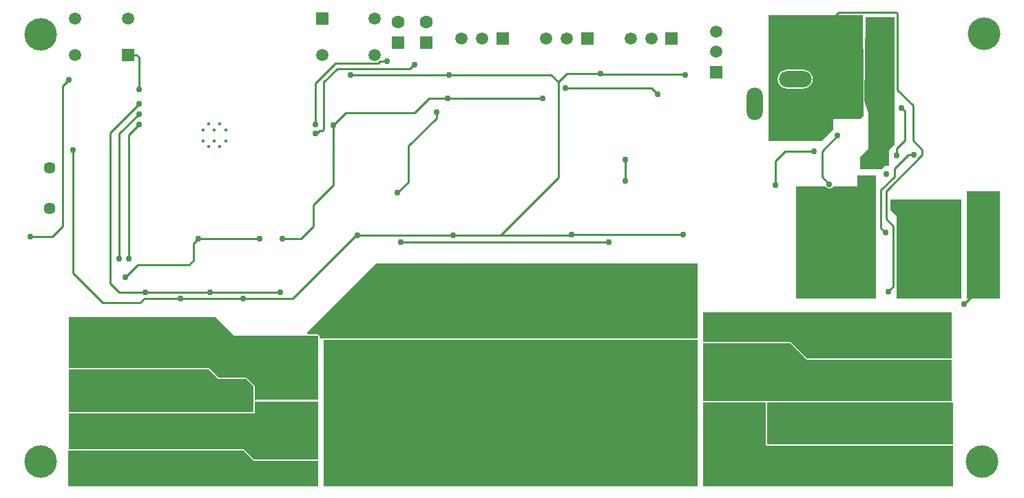
<source format=gbl>
G04*
G04 #@! TF.GenerationSoftware,Altium Limited,Altium Designer,25.8.1 (18)*
G04*
G04 Layer_Physical_Order=4*
G04 Layer_Color=16711680*
%FSLAX25Y25*%
%MOIN*%
G70*
G04*
G04 #@! TF.SameCoordinates,5F6CD9CC-33C6-4A7B-A0D4-F81A13939800*
G04*
G04*
G04 #@! TF.FilePolarity,Positive*
G04*
G01*
G75*
%ADD15C,0.01000*%
%ADD96C,0.09646*%
%ADD97R,0.09646X0.09646*%
%ADD105R,0.26378X0.26378*%
%ADD106C,0.26378*%
%ADD107O,0.07874X0.15748*%
%ADD108O,0.15748X0.07874*%
%ADD109R,0.05937X0.05937*%
%ADD110C,0.08268*%
%ADD111R,0.05937X0.05937*%
%ADD112C,0.05898*%
%ADD113R,0.05898X0.05898*%
%ADD114R,0.06319X0.06319*%
%ADD115O,0.17717X0.07874*%
%ADD116C,0.06319*%
%ADD117C,0.05937*%
%ADD118C,0.01575*%
%ADD119C,0.01772*%
%ADD120C,0.05709*%
%ADD121C,0.03000*%
%ADD122C,0.15748*%
G36*
X410677Y229355D02*
X410975Y196761D01*
X410861Y187990D01*
X410900Y187891D01*
X410892Y187784D01*
X411062Y187264D01*
X411122Y180682D01*
X409295Y178855D01*
X396422D01*
Y173855D01*
X390922Y168355D01*
X364922D01*
Y229355D01*
X410677Y229355D01*
D02*
G37*
G36*
X425922Y166355D02*
X423422Y163855D01*
Y156355D01*
X421422D01*
X419567Y154500D01*
X409422D01*
Y160570D01*
X413422Y164570D01*
Y182078D01*
X411500Y187982D01*
X412025Y228382D01*
X425922D01*
Y166355D01*
D02*
G37*
G36*
X416922Y91855D02*
X378422D01*
Y146355D01*
X392573D01*
X392649Y146171D01*
X393237Y145582D01*
X394006Y145264D01*
X394837D01*
X395606Y145582D01*
X396194Y146171D01*
X396270Y146355D01*
X407922D01*
X407922Y151500D01*
X416922Y151500D01*
Y91855D01*
D02*
G37*
G36*
X476922D02*
X460922D01*
Y143855D01*
X476922D01*
Y91855D01*
D02*
G37*
G36*
X458422D02*
X426922D01*
Y131855D01*
X423922Y134855D01*
Y139855D01*
X458422D01*
Y91855D01*
D02*
G37*
G36*
X330705Y72522D02*
X229920D01*
X147639Y72717D01*
Y73882D01*
X147452Y74334D01*
X147000Y74522D01*
X142151D01*
X141768Y75445D01*
X175205Y108882D01*
X330705D01*
Y72522D01*
D02*
G37*
G36*
X453705Y63022D02*
X383705D01*
X375705Y71022D01*
X333500D01*
Y85382D01*
X453705D01*
Y63022D01*
D02*
G37*
G36*
X106205Y73882D02*
X147000Y73882D01*
Y43071D01*
X116426D01*
Y49397D01*
Y49662D01*
X112705Y53382D01*
X112253Y53570D01*
X99018D01*
X94392Y58195D01*
X94205Y58382D01*
X26205D01*
X26197Y58390D01*
Y82882D01*
X97205D01*
X106205Y73882D01*
D02*
G37*
G36*
X383253Y62570D02*
X383705Y62382D01*
X453705D01*
Y42382D01*
X333500D01*
Y70382D01*
X375440D01*
X383253Y62570D01*
D02*
G37*
G36*
X98753Y52930D02*
X112253D01*
X115786Y49397D01*
Y42120D01*
X115753Y42086D01*
X115566Y41634D01*
Y37022D01*
X26205D01*
Y57743D01*
X93940D01*
X98753Y52930D01*
D02*
G37*
G36*
X454205Y41243D02*
Y21382D01*
X364403D01*
X364351Y21508D01*
Y41743D01*
X453705D01*
X454205Y41243D01*
D02*
G37*
G36*
X147000Y13985D02*
X116059D01*
X111162Y18882D01*
X26205D01*
Y36382D01*
X116205D01*
Y41634D01*
X116453Y41882D01*
X147000D01*
Y13985D01*
D02*
G37*
G36*
X363586Y41547D02*
Y21118D01*
X363961Y20743D01*
X454205D01*
Y1000D01*
X333500D01*
Y41743D01*
X334704D01*
X363586Y41547D01*
D02*
G37*
G36*
X330705Y1000D02*
X149705D01*
Y71882D01*
X330705D01*
Y1000D01*
D02*
G37*
G36*
X115897Y13243D02*
X147000D01*
Y999D01*
X26000D01*
Y18243D01*
X110897D01*
X115897Y13243D01*
D02*
G37*
%LPC*%
G36*
X381827Y202760D02*
X373953D01*
X372771Y202604D01*
X371670Y202148D01*
X370724Y201423D01*
X369998Y200477D01*
X369542Y199375D01*
X369387Y198193D01*
X369542Y197011D01*
X369998Y195910D01*
X370724Y194964D01*
X371670Y194239D01*
X372771Y193782D01*
X373953Y193627D01*
X381827D01*
X383009Y193782D01*
X384110Y194239D01*
X385056Y194964D01*
X385782Y195910D01*
X386238Y197011D01*
X386394Y198193D01*
X386238Y199375D01*
X385782Y200477D01*
X385056Y201423D01*
X384110Y202148D01*
X383009Y202604D01*
X381827Y202760D01*
D02*
G37*
%LPD*%
D15*
X459705Y89382D02*
X464677Y94355D01*
X465422D01*
X426914Y230500D02*
X427500Y229914D01*
X397000Y228500D02*
X399000Y230500D01*
X427500Y193000D02*
Y229914D01*
X399000Y230500D02*
X426914D01*
X396351Y228500D02*
X397000D01*
X422000Y130500D02*
Y143988D01*
Y130500D02*
X425500Y127000D01*
Y97933D02*
Y127000D01*
X422000Y143988D02*
X439500Y161488D01*
X419500Y126048D02*
Y144500D01*
X426000Y151000D01*
X419500Y126048D02*
X421693Y123855D01*
X422922Y95355D02*
X425500Y97933D01*
X439500Y161488D02*
Y164000D01*
X435000Y168500D02*
X439500Y164000D01*
X435000Y168500D02*
Y185500D01*
X427500Y193000D02*
X435000Y185500D01*
X431000Y168500D02*
Y182769D01*
X426922Y164422D02*
X431000Y168500D01*
X429422Y184347D02*
Y184355D01*
Y184347D02*
X431000Y182769D01*
X426000Y154846D02*
X432654Y161500D01*
X426000Y151000D02*
Y154846D01*
X432654Y161500D02*
X435500D01*
X426922Y161355D02*
Y164422D01*
X390922Y163355D02*
X398422Y170855D01*
X145705Y171882D02*
X146246D01*
X147661Y173297D01*
X149119D01*
X149705Y173882D01*
Y196882D01*
X156205Y203382D01*
X191463D01*
X193463Y205382D01*
X193705D01*
X162705Y200382D02*
X259705D01*
X145705Y176382D02*
Y196382D01*
X155205Y205882D01*
X176071D01*
X177071Y206882D01*
X180205D01*
X209863Y188950D02*
X255637D01*
X193705Y181882D02*
X200841Y189018D01*
X209796D01*
X255637Y188950D02*
X255705Y188882D01*
X209796Y189018D02*
X209863Y188950D01*
X235205Y122632D02*
X269705D01*
X269955Y122882D01*
X134705Y91882D02*
X165705Y122882D01*
X80205Y91882D02*
X110705D01*
X283955Y200632D02*
X324455D01*
X267205Y200882D02*
X283705D01*
X324455Y200632D02*
X324705Y200382D01*
X283705Y200882D02*
X283955Y200632D01*
X368205Y158638D02*
X372922Y163355D01*
X386922D01*
X368205Y146882D02*
Y158638D01*
X390922Y150855D02*
Y163355D01*
Y150855D02*
X394422Y147355D01*
X263205Y196882D02*
X267205Y200882D01*
X50705Y171882D02*
X60205Y181382D01*
X50705Y111382D02*
Y171882D01*
X60205Y193382D02*
Y208882D01*
X59063Y210024D02*
X60205Y208882D01*
X55000Y210024D02*
X59063D01*
X23205Y194882D02*
X26205Y197882D01*
X18205Y121882D02*
X23205Y126882D01*
X7705Y121882D02*
X18205D01*
X23205Y126882D02*
Y194882D01*
X89174Y120964D02*
X118674D01*
X53705Y102382D02*
X59705Y108382D01*
X84619D01*
X86705Y110468D01*
Y118495D01*
X89174Y120964D01*
X50766Y94822D02*
X63205D01*
X46205Y99382D02*
X50766Y94822D01*
X46205Y99382D02*
Y172382D01*
X60205Y186382D01*
X186955Y119132D02*
X288455D01*
X63205Y94822D02*
X63235Y94852D01*
X94675D01*
X94705Y94882D01*
X128705D01*
X55205Y171382D02*
X60205Y176382D01*
X55205Y111382D02*
Y171382D01*
X60669Y89822D02*
X62910Y92063D01*
X42734Y89822D02*
X60669D01*
X62910Y92063D02*
X80205D01*
X28205Y104351D02*
Y163882D01*
Y104351D02*
X42734Y89822D01*
X110705Y91882D02*
X134705D01*
X165955Y122632D02*
X212455D01*
X165705Y122882D02*
X165955Y122632D01*
X212455D02*
X235205D01*
X263205Y150632D01*
Y196882D01*
X269955Y122882D02*
X323705D01*
X259705Y200382D02*
X263205Y196882D01*
X144705Y137382D02*
X154205Y146882D01*
Y175882D01*
X144705Y126882D02*
Y137382D01*
X138786Y120964D02*
X144705Y126882D01*
X129674Y120964D02*
X138786D01*
X204205Y179382D02*
Y182382D01*
X190705Y165882D02*
X204205Y179382D01*
X190705Y148382D02*
Y165882D01*
X185455Y143132D02*
X190705Y148382D01*
X308205Y193882D02*
X311205Y190882D01*
X266705Y193882D02*
X308205D01*
X295705Y148882D02*
Y159382D01*
X160205Y181882D02*
X193705D01*
X154205Y175882D02*
X160205Y181882D01*
D96*
X312678Y21190D02*
D03*
X167705Y63268D02*
D03*
X312678Y50190D02*
D03*
X167733Y34575D02*
D03*
X351733Y63575D02*
D03*
Y50190D02*
D03*
X128650Y49882D02*
D03*
Y63268D02*
D03*
X128677Y34575D02*
D03*
Y21190D02*
D03*
X351733D02*
D03*
Y34575D02*
D03*
D97*
X312678D02*
D03*
X167705Y49882D02*
D03*
X312678Y63575D02*
D03*
X167733Y21190D02*
D03*
D105*
X240000Y46000D02*
D03*
D106*
Y89500D02*
D03*
D107*
X358205Y186382D02*
D03*
D108*
X377890Y198193D02*
D03*
D109*
X339662Y201571D02*
D03*
D110*
X53953Y9382D02*
D03*
Y49382D02*
D03*
X88205D02*
D03*
Y9382D02*
D03*
X391953Y69382D02*
D03*
X426205D02*
D03*
Y29382D02*
D03*
X391953D02*
D03*
X426205Y49382D02*
D03*
X391953D02*
D03*
X426205Y9382D02*
D03*
X391953D02*
D03*
X88205Y29382D02*
D03*
X53953D02*
D03*
X88205Y69382D02*
D03*
X53953D02*
D03*
D111*
X318048Y217815D02*
D03*
X236205Y217882D02*
D03*
X277205D02*
D03*
D112*
X174500Y227741D02*
D03*
X55000D02*
D03*
X29410D02*
D03*
Y210024D02*
D03*
X174500D02*
D03*
X148910D02*
D03*
D113*
Y227741D02*
D03*
X55000Y210024D02*
D03*
D114*
X185705Y215882D02*
D03*
X199205D02*
D03*
D115*
X377890Y173784D02*
D03*
D116*
X199205Y225882D02*
D03*
X185705D02*
D03*
D117*
X257520Y217882D02*
D03*
X267363D02*
D03*
X339662Y221256D02*
D03*
Y211414D02*
D03*
X216520Y217882D02*
D03*
X226363D02*
D03*
X308205Y217815D02*
D03*
X298363D02*
D03*
D118*
X99504Y165477D02*
D03*
D119*
X93993D02*
D03*
X99504Y176500D02*
D03*
X93993D02*
D03*
X102260Y168233D02*
D03*
X96748D02*
D03*
X91237D02*
D03*
X102260Y173745D02*
D03*
X91237D02*
D03*
X96748D02*
D03*
D120*
X17020Y135540D02*
D03*
Y155225D02*
D03*
D121*
X328268Y65626D02*
D03*
Y57752D02*
D03*
Y49878D02*
D03*
Y42004D02*
D03*
Y34130D02*
D03*
Y26256D02*
D03*
Y18382D02*
D03*
Y10508D02*
D03*
Y2634D02*
D03*
X320394Y65626D02*
D03*
Y57752D02*
D03*
Y49878D02*
D03*
Y42004D02*
D03*
Y34130D02*
D03*
Y26256D02*
D03*
Y18382D02*
D03*
Y10508D02*
D03*
Y2634D02*
D03*
X312520Y42004D02*
D03*
Y10508D02*
D03*
Y2634D02*
D03*
X304646Y65626D02*
D03*
Y57752D02*
D03*
Y49878D02*
D03*
Y42004D02*
D03*
Y34130D02*
D03*
Y26256D02*
D03*
Y18382D02*
D03*
Y10508D02*
D03*
Y2634D02*
D03*
X296772Y65626D02*
D03*
Y57752D02*
D03*
Y49878D02*
D03*
Y42004D02*
D03*
Y34130D02*
D03*
Y26256D02*
D03*
Y18382D02*
D03*
Y10508D02*
D03*
Y2634D02*
D03*
X288897Y65626D02*
D03*
Y57752D02*
D03*
Y49878D02*
D03*
Y42004D02*
D03*
Y34130D02*
D03*
Y26256D02*
D03*
Y18382D02*
D03*
Y10508D02*
D03*
Y2634D02*
D03*
X281024Y65626D02*
D03*
Y57752D02*
D03*
Y49878D02*
D03*
Y42004D02*
D03*
Y34130D02*
D03*
Y26256D02*
D03*
Y18382D02*
D03*
Y10508D02*
D03*
Y2634D02*
D03*
X273149Y65626D02*
D03*
Y57752D02*
D03*
Y49878D02*
D03*
Y42004D02*
D03*
Y34130D02*
D03*
Y26256D02*
D03*
Y18382D02*
D03*
Y10508D02*
D03*
Y2634D02*
D03*
X265276Y65626D02*
D03*
Y57752D02*
D03*
Y49878D02*
D03*
Y42004D02*
D03*
Y34130D02*
D03*
Y26256D02*
D03*
Y18382D02*
D03*
Y10508D02*
D03*
Y2634D02*
D03*
X257401Y65626D02*
D03*
Y57752D02*
D03*
Y49878D02*
D03*
Y42004D02*
D03*
Y34130D02*
D03*
Y26256D02*
D03*
Y18382D02*
D03*
Y10508D02*
D03*
Y2634D02*
D03*
X249527Y65626D02*
D03*
Y26256D02*
D03*
Y18382D02*
D03*
Y10508D02*
D03*
Y2634D02*
D03*
X241653Y65626D02*
D03*
Y26256D02*
D03*
Y18382D02*
D03*
Y10508D02*
D03*
Y2634D02*
D03*
X233779Y65626D02*
D03*
Y26256D02*
D03*
Y18382D02*
D03*
Y10508D02*
D03*
Y2634D02*
D03*
X225905Y65626D02*
D03*
Y26256D02*
D03*
Y18382D02*
D03*
Y10508D02*
D03*
Y2634D02*
D03*
X218031Y65626D02*
D03*
Y57752D02*
D03*
Y49878D02*
D03*
Y42004D02*
D03*
Y34130D02*
D03*
Y26256D02*
D03*
Y18382D02*
D03*
Y10508D02*
D03*
Y2634D02*
D03*
X210157Y65626D02*
D03*
Y57752D02*
D03*
Y49878D02*
D03*
Y42004D02*
D03*
Y34130D02*
D03*
Y26256D02*
D03*
Y18382D02*
D03*
Y10508D02*
D03*
Y2634D02*
D03*
X202283Y65626D02*
D03*
Y57752D02*
D03*
Y49878D02*
D03*
Y42004D02*
D03*
Y34130D02*
D03*
Y26256D02*
D03*
Y18382D02*
D03*
Y10508D02*
D03*
Y2634D02*
D03*
X194409Y65626D02*
D03*
Y57752D02*
D03*
Y49878D02*
D03*
Y42004D02*
D03*
Y34130D02*
D03*
Y26256D02*
D03*
Y18382D02*
D03*
Y10508D02*
D03*
Y2634D02*
D03*
X186535Y65626D02*
D03*
Y57752D02*
D03*
Y49878D02*
D03*
Y42004D02*
D03*
Y34130D02*
D03*
Y26256D02*
D03*
Y18382D02*
D03*
Y10508D02*
D03*
Y2634D02*
D03*
X178661Y65626D02*
D03*
Y57752D02*
D03*
Y49878D02*
D03*
Y42004D02*
D03*
Y34130D02*
D03*
Y26256D02*
D03*
Y18382D02*
D03*
Y10508D02*
D03*
Y2634D02*
D03*
X326402Y101461D02*
D03*
Y93587D02*
D03*
Y85713D02*
D03*
Y77839D02*
D03*
X318528Y101461D02*
D03*
Y93587D02*
D03*
Y85713D02*
D03*
Y77839D02*
D03*
X310654Y101461D02*
D03*
Y93587D02*
D03*
Y85713D02*
D03*
Y77839D02*
D03*
X302780Y101461D02*
D03*
Y93587D02*
D03*
Y85713D02*
D03*
Y77839D02*
D03*
X294906Y101461D02*
D03*
Y93587D02*
D03*
Y85713D02*
D03*
Y77839D02*
D03*
X287032Y101461D02*
D03*
Y93587D02*
D03*
Y85713D02*
D03*
Y77839D02*
D03*
X279158Y101461D02*
D03*
Y93587D02*
D03*
Y85713D02*
D03*
Y77839D02*
D03*
X271284Y101461D02*
D03*
Y93587D02*
D03*
Y85713D02*
D03*
Y77839D02*
D03*
X263410Y101461D02*
D03*
Y93587D02*
D03*
Y85713D02*
D03*
Y77839D02*
D03*
X255536Y101461D02*
D03*
Y93587D02*
D03*
Y85713D02*
D03*
Y77839D02*
D03*
X224040Y101461D02*
D03*
Y93587D02*
D03*
Y85713D02*
D03*
Y77839D02*
D03*
X216166Y101461D02*
D03*
Y93587D02*
D03*
Y85713D02*
D03*
Y77839D02*
D03*
X208292Y101461D02*
D03*
Y93587D02*
D03*
Y85713D02*
D03*
Y77839D02*
D03*
X200418Y101461D02*
D03*
Y93587D02*
D03*
Y85713D02*
D03*
Y77839D02*
D03*
X192544Y101461D02*
D03*
Y93587D02*
D03*
Y85713D02*
D03*
Y77839D02*
D03*
X184670Y101461D02*
D03*
Y93587D02*
D03*
Y85713D02*
D03*
Y77839D02*
D03*
X176796Y101461D02*
D03*
Y93587D02*
D03*
Y85713D02*
D03*
Y77839D02*
D03*
X168922Y93587D02*
D03*
Y85713D02*
D03*
Y77839D02*
D03*
X161048Y85713D02*
D03*
Y77839D02*
D03*
X153174D02*
D03*
X459705Y89382D02*
D03*
X405806Y142669D02*
D03*
X412135Y156641D02*
D03*
X415000Y184000D02*
D03*
X421922Y186855D02*
D03*
X470422Y126355D02*
D03*
Y122855D02*
D03*
Y129855D02*
D03*
Y119355D02*
D03*
Y111355D02*
D03*
Y114855D02*
D03*
X470500Y104500D02*
D03*
X470422Y107855D02*
D03*
X31198Y3407D02*
D03*
Y9313D02*
D03*
Y15218D02*
D03*
Y44745D02*
D03*
Y50651D02*
D03*
X37104Y3407D02*
D03*
Y9313D02*
D03*
Y15218D02*
D03*
Y44745D02*
D03*
Y50651D02*
D03*
X43009Y3407D02*
D03*
Y9313D02*
D03*
Y15218D02*
D03*
Y44745D02*
D03*
Y50651D02*
D03*
X48915Y3407D02*
D03*
Y15218D02*
D03*
Y44745D02*
D03*
X54821Y3407D02*
D03*
X60726D02*
D03*
Y9313D02*
D03*
Y15218D02*
D03*
Y44745D02*
D03*
Y50651D02*
D03*
X66632Y3407D02*
D03*
Y9313D02*
D03*
Y15218D02*
D03*
Y44745D02*
D03*
Y50651D02*
D03*
X72537Y3407D02*
D03*
Y9313D02*
D03*
Y15218D02*
D03*
Y44745D02*
D03*
Y50651D02*
D03*
X78443Y3407D02*
D03*
Y9313D02*
D03*
Y15218D02*
D03*
Y44745D02*
D03*
Y50651D02*
D03*
X84348Y3407D02*
D03*
Y15218D02*
D03*
Y44745D02*
D03*
X90254Y3407D02*
D03*
X96159D02*
D03*
Y9313D02*
D03*
Y15218D02*
D03*
Y44745D02*
D03*
Y50651D02*
D03*
X113876Y3407D02*
D03*
Y9313D02*
D03*
Y44745D02*
D03*
X119781Y3407D02*
D03*
Y9313D02*
D03*
X125687Y3407D02*
D03*
Y9313D02*
D03*
X131592Y3407D02*
D03*
Y9313D02*
D03*
X137498Y3407D02*
D03*
Y9313D02*
D03*
X143403Y3407D02*
D03*
Y9313D02*
D03*
X102065Y15218D02*
D03*
X107970D02*
D03*
X102500Y39500D02*
D03*
X108405D02*
D03*
X338213Y73902D02*
D03*
Y79808D02*
D03*
X344118Y73902D02*
D03*
Y79808D02*
D03*
X350024Y73902D02*
D03*
Y79808D02*
D03*
X355929Y73902D02*
D03*
Y79808D02*
D03*
X361835Y73902D02*
D03*
Y79808D02*
D03*
X367740Y38469D02*
D03*
X373646D02*
D03*
X379551D02*
D03*
Y73902D02*
D03*
Y79808D02*
D03*
X385457Y26658D02*
D03*
Y32563D02*
D03*
Y38469D02*
D03*
Y67997D02*
D03*
Y73902D02*
D03*
Y79808D02*
D03*
X391362Y38469D02*
D03*
Y79808D02*
D03*
X397268Y32563D02*
D03*
Y38469D02*
D03*
Y73902D02*
D03*
Y79808D02*
D03*
X403173Y26658D02*
D03*
Y32563D02*
D03*
Y38469D02*
D03*
Y67997D02*
D03*
Y73902D02*
D03*
Y79808D02*
D03*
X409079Y26658D02*
D03*
Y32563D02*
D03*
Y38469D02*
D03*
Y67997D02*
D03*
Y73902D02*
D03*
Y79808D02*
D03*
X414985Y26658D02*
D03*
Y32563D02*
D03*
Y38469D02*
D03*
Y67997D02*
D03*
Y73902D02*
D03*
Y79808D02*
D03*
X420890Y32563D02*
D03*
Y38469D02*
D03*
Y73902D02*
D03*
Y79808D02*
D03*
X426795Y38469D02*
D03*
Y79808D02*
D03*
X432701Y26658D02*
D03*
Y32563D02*
D03*
Y38469D02*
D03*
Y67997D02*
D03*
Y73902D02*
D03*
Y79808D02*
D03*
X438607Y26658D02*
D03*
Y32563D02*
D03*
Y38469D02*
D03*
Y67997D02*
D03*
Y73902D02*
D03*
Y79808D02*
D03*
X444512Y26658D02*
D03*
Y32563D02*
D03*
Y38469D02*
D03*
Y67997D02*
D03*
Y73902D02*
D03*
Y79808D02*
D03*
X450418Y26658D02*
D03*
Y32563D02*
D03*
Y38469D02*
D03*
Y67997D02*
D03*
Y73902D02*
D03*
Y79808D02*
D03*
X422000Y205500D02*
D03*
Y196500D02*
D03*
Y217500D02*
D03*
Y193500D02*
D03*
Y223500D02*
D03*
Y220500D02*
D03*
Y199500D02*
D03*
Y208500D02*
D03*
Y211500D02*
D03*
Y214500D02*
D03*
Y202500D02*
D03*
Y190500D02*
D03*
X412000Y150000D02*
D03*
X421922Y152355D02*
D03*
X422000Y226500D02*
D03*
X448422Y104855D02*
D03*
Y111855D02*
D03*
Y108355D02*
D03*
X429922Y124355D02*
D03*
Y127355D02*
D03*
Y121355D02*
D03*
Y118355D02*
D03*
X448422Y128355D02*
D03*
Y119355D02*
D03*
Y122355D02*
D03*
Y125355D02*
D03*
Y114855D02*
D03*
X429922Y110855D02*
D03*
Y103855D02*
D03*
Y107355D02*
D03*
Y113855D02*
D03*
X435500Y161500D02*
D03*
X398422Y170855D02*
D03*
X450418Y56185D02*
D03*
Y50280D02*
D03*
Y44374D02*
D03*
X444512Y56185D02*
D03*
Y50280D02*
D03*
Y44374D02*
D03*
X438607Y56185D02*
D03*
Y50280D02*
D03*
Y44374D02*
D03*
X432701Y56185D02*
D03*
Y50280D02*
D03*
Y44374D02*
D03*
X426795Y56185D02*
D03*
X420890D02*
D03*
Y44374D02*
D03*
X414985Y56185D02*
D03*
Y50280D02*
D03*
Y44374D02*
D03*
X409079Y56185D02*
D03*
Y50280D02*
D03*
Y44374D02*
D03*
X403173Y56185D02*
D03*
Y50280D02*
D03*
Y44374D02*
D03*
X397268Y56185D02*
D03*
Y44374D02*
D03*
X391362Y56185D02*
D03*
X385457D02*
D03*
Y50280D02*
D03*
Y44374D02*
D03*
X379551Y62091D02*
D03*
Y56185D02*
D03*
Y50280D02*
D03*
Y44374D02*
D03*
X373646Y50280D02*
D03*
Y44374D02*
D03*
X367740Y50280D02*
D03*
Y44374D02*
D03*
X361835Y62091D02*
D03*
Y56185D02*
D03*
Y50280D02*
D03*
Y44374D02*
D03*
X355929Y56185D02*
D03*
Y44374D02*
D03*
X344118Y62091D02*
D03*
Y56185D02*
D03*
Y50280D02*
D03*
Y44374D02*
D03*
X338213Y62091D02*
D03*
Y56185D02*
D03*
Y50280D02*
D03*
Y44374D02*
D03*
X450418Y14847D02*
D03*
Y8941D02*
D03*
Y3036D02*
D03*
X444512Y14847D02*
D03*
Y8941D02*
D03*
Y3036D02*
D03*
X438607Y14847D02*
D03*
Y8941D02*
D03*
Y3036D02*
D03*
X432701Y14847D02*
D03*
Y8941D02*
D03*
Y3036D02*
D03*
X426795D02*
D03*
X420890Y14847D02*
D03*
Y3036D02*
D03*
X414985Y14847D02*
D03*
Y8941D02*
D03*
Y3036D02*
D03*
X409079Y14847D02*
D03*
Y8941D02*
D03*
Y3036D02*
D03*
X403173Y14847D02*
D03*
Y8941D02*
D03*
Y3036D02*
D03*
X397268Y14847D02*
D03*
Y3036D02*
D03*
X391362D02*
D03*
X385457Y14847D02*
D03*
Y8941D02*
D03*
Y3036D02*
D03*
X379551D02*
D03*
X373646D02*
D03*
X367740D02*
D03*
X361835Y38469D02*
D03*
Y32563D02*
D03*
Y26658D02*
D03*
Y20752D02*
D03*
Y14847D02*
D03*
Y8941D02*
D03*
Y3036D02*
D03*
X355929Y26658D02*
D03*
Y14847D02*
D03*
Y8941D02*
D03*
Y3036D02*
D03*
X350024Y8941D02*
D03*
Y3036D02*
D03*
X344118Y38469D02*
D03*
Y32563D02*
D03*
Y26658D02*
D03*
Y20752D02*
D03*
Y14847D02*
D03*
Y8941D02*
D03*
Y3036D02*
D03*
X338213Y38469D02*
D03*
Y32563D02*
D03*
Y26658D02*
D03*
Y20752D02*
D03*
Y14847D02*
D03*
Y8941D02*
D03*
Y3036D02*
D03*
X143331Y67997D02*
D03*
Y62091D02*
D03*
Y56185D02*
D03*
Y50280D02*
D03*
X137425Y67997D02*
D03*
Y62091D02*
D03*
Y56185D02*
D03*
Y50280D02*
D03*
X131520Y56185D02*
D03*
X125615D02*
D03*
X119709Y67997D02*
D03*
Y62091D02*
D03*
Y56185D02*
D03*
Y50280D02*
D03*
X113804Y67997D02*
D03*
Y62091D02*
D03*
Y56185D02*
D03*
X107898D02*
D03*
X101992Y73902D02*
D03*
Y56185D02*
D03*
X96087Y79808D02*
D03*
Y73902D02*
D03*
Y67997D02*
D03*
Y62091D02*
D03*
X90181Y79808D02*
D03*
Y62091D02*
D03*
X84276Y79808D02*
D03*
Y62091D02*
D03*
X78370Y79808D02*
D03*
Y73902D02*
D03*
Y67997D02*
D03*
Y62091D02*
D03*
X72465Y79808D02*
D03*
Y73902D02*
D03*
Y67997D02*
D03*
Y62091D02*
D03*
X66559Y79808D02*
D03*
Y73902D02*
D03*
Y67997D02*
D03*
Y62091D02*
D03*
X60654Y79808D02*
D03*
Y73902D02*
D03*
Y67997D02*
D03*
Y62091D02*
D03*
X54748Y79808D02*
D03*
Y62091D02*
D03*
X48843Y79808D02*
D03*
Y73902D02*
D03*
Y62091D02*
D03*
X42937Y79808D02*
D03*
Y73902D02*
D03*
Y67997D02*
D03*
Y62091D02*
D03*
X37032Y79808D02*
D03*
Y73902D02*
D03*
Y67997D02*
D03*
Y62091D02*
D03*
X31126Y79808D02*
D03*
Y73902D02*
D03*
Y67997D02*
D03*
Y62091D02*
D03*
X137425Y38469D02*
D03*
Y32563D02*
D03*
Y26658D02*
D03*
Y20752D02*
D03*
X119709Y38469D02*
D03*
Y32563D02*
D03*
Y26658D02*
D03*
Y20752D02*
D03*
X113804Y32563D02*
D03*
Y26658D02*
D03*
Y20752D02*
D03*
X107898Y32563D02*
D03*
X101992D02*
D03*
X96087D02*
D03*
Y26658D02*
D03*
Y20752D02*
D03*
X90181D02*
D03*
X84276D02*
D03*
X78370Y32563D02*
D03*
Y26658D02*
D03*
Y20752D02*
D03*
X72465Y32563D02*
D03*
Y26658D02*
D03*
Y20752D02*
D03*
X66559Y32563D02*
D03*
Y26658D02*
D03*
Y20752D02*
D03*
X60654Y32563D02*
D03*
Y26658D02*
D03*
Y20752D02*
D03*
X54748D02*
D03*
X48843D02*
D03*
X42937Y32563D02*
D03*
Y26658D02*
D03*
Y20752D02*
D03*
X37032Y32563D02*
D03*
Y26658D02*
D03*
Y20752D02*
D03*
X31126Y32563D02*
D03*
Y26658D02*
D03*
Y20752D02*
D03*
X145705Y176382D02*
D03*
Y171882D02*
D03*
X180205Y206882D02*
D03*
X193705Y205382D02*
D03*
X210205Y200382D02*
D03*
X209796Y189018D02*
D03*
X324705Y200382D02*
D03*
X429422Y184355D02*
D03*
X394422Y147355D02*
D03*
X368205Y146882D02*
D03*
X386922Y163355D02*
D03*
X422922Y95355D02*
D03*
X421693Y123855D02*
D03*
X426922Y161355D02*
D03*
X283705Y200882D02*
D03*
X162705Y200382D02*
D03*
X60205Y181382D02*
D03*
X50705Y111382D02*
D03*
X60205Y193382D02*
D03*
X26205Y197882D02*
D03*
X7705Y121882D02*
D03*
X89174Y120964D02*
D03*
X118674D02*
D03*
X53705Y102382D02*
D03*
X63205Y94822D02*
D03*
X60205Y186382D02*
D03*
X186955Y119132D02*
D03*
X287705Y119382D02*
D03*
X94705Y94882D02*
D03*
X128705D02*
D03*
X60205Y176382D02*
D03*
X55205Y111382D02*
D03*
X80205Y92063D02*
D03*
X110705Y91882D02*
D03*
X165955Y122632D02*
D03*
X212455D02*
D03*
X28205Y163882D02*
D03*
X269705Y122882D02*
D03*
X323705D02*
D03*
X129674Y120964D02*
D03*
X204205Y182382D02*
D03*
X185455Y143132D02*
D03*
X311205Y190882D02*
D03*
X266705Y193882D02*
D03*
X295705Y148882D02*
D03*
Y159382D02*
D03*
X255705Y188882D02*
D03*
X154205Y175882D02*
D03*
D122*
X12705Y219882D02*
D03*
X469205Y220382D02*
D03*
X468205Y12882D02*
D03*
X12705D02*
D03*
M02*

</source>
